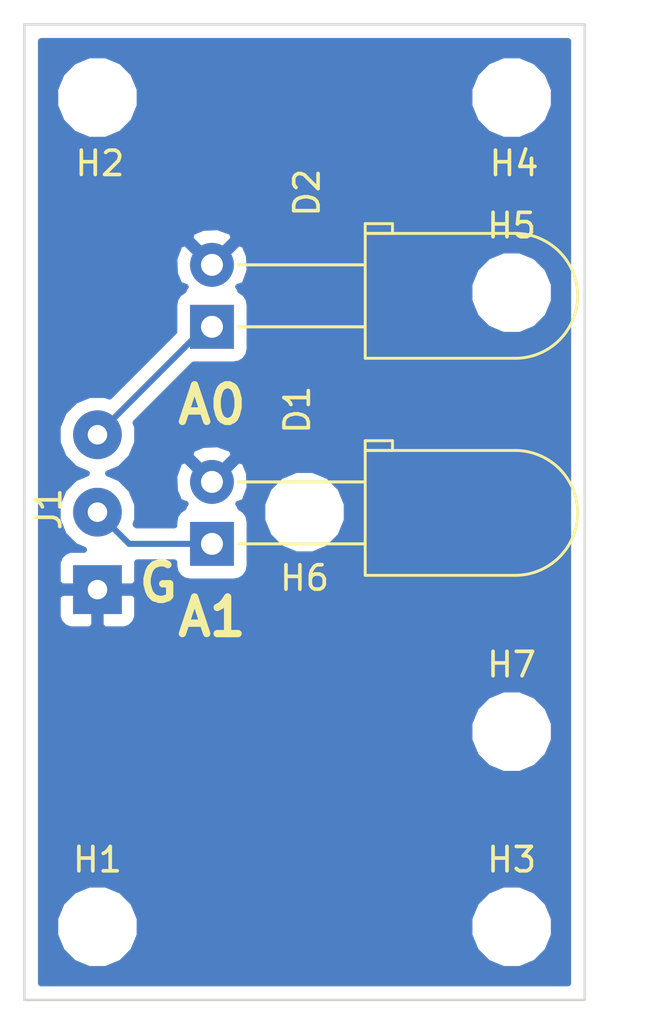
<source format=kicad_pcb>
(kicad_pcb (version 20171130) (host pcbnew 5.0.2-bee76a0~70~ubuntu18.04.1)

  (general
    (thickness 1.6)
    (drawings 11)
    (tracks 4)
    (zones 0)
    (modules 10)
    (nets 4)
  )

  (page A4)
  (layers
    (0 F.Cu signal)
    (31 B.Cu signal)
    (32 B.Adhes user)
    (33 F.Adhes user)
    (34 B.Paste user)
    (35 F.Paste user)
    (36 B.SilkS user)
    (37 F.SilkS user)
    (38 B.Mask user)
    (39 F.Mask user)
    (40 Dwgs.User user)
    (41 Cmts.User user)
    (42 Eco1.User user)
    (43 Eco2.User user)
    (44 Edge.Cuts user)
    (45 Margin user)
    (46 B.CrtYd user)
    (47 F.CrtYd user)
    (48 B.Fab user)
    (49 F.Fab user hide)
  )

  (setup
    (last_trace_width 0.25)
    (trace_clearance 0.2)
    (zone_clearance 0.508)
    (zone_45_only no)
    (trace_min 0.2)
    (segment_width 0.2)
    (edge_width 0.1)
    (via_size 0.8)
    (via_drill 0.4)
    (via_min_size 0.4)
    (via_min_drill 0.3)
    (uvia_size 0.3)
    (uvia_drill 0.1)
    (uvias_allowed no)
    (uvia_min_size 0.2)
    (uvia_min_drill 0.1)
    (pcb_text_width 0.3)
    (pcb_text_size 1.5 1.5)
    (mod_edge_width 0.15)
    (mod_text_size 1 1)
    (mod_text_width 0.15)
    (pad_size 1.5 1.5)
    (pad_drill 0.6)
    (pad_to_mask_clearance 0)
    (solder_mask_min_width 0.25)
    (aux_axis_origin 0 0)
    (visible_elements FFFFFF7F)
    (pcbplotparams
      (layerselection 0x010fc_ffffffff)
      (usegerberextensions true)
      (usegerberattributes false)
      (usegerberadvancedattributes false)
      (creategerberjobfile false)
      (excludeedgelayer true)
      (linewidth 0.100000)
      (plotframeref false)
      (viasonmask false)
      (mode 1)
      (useauxorigin false)
      (hpglpennumber 1)
      (hpglpenspeed 20)
      (hpglpendiameter 15.000000)
      (psnegative false)
      (psa4output false)
      (plotreference true)
      (plotvalue true)
      (plotinvisibletext false)
      (padsonsilk false)
      (subtractmaskfromsilk false)
      (outputformat 1)
      (mirror false)
      (drillshape 0)
      (scaleselection 1)
      (outputdirectory "Gerber/V1_5/"))
  )

  (net 0 "")
  (net 1 "Net-(D1-Pad2)")
  (net 2 "Net-(D1-Pad1)")
  (net 3 "Net-(D2-Pad1)")

  (net_class Default "This is the default net class."
    (clearance 0.2)
    (trace_width 0.25)
    (via_dia 0.8)
    (via_drill 0.4)
    (uvia_dia 0.3)
    (uvia_drill 0.1)
    (add_net "Net-(D1-Pad1)")
    (add_net "Net-(D1-Pad2)")
    (add_net "Net-(D2-Pad1)")
  )

  (module LED_THT:LED_D5.0mm_Horizontal_O6.35mm_Z9.0mm (layer F.Cu) (tedit 5880A863) (tstamp 5D42B6FC)
    (at 137.7 43.4 90)
    (descr "LED, diameter 5.0mm z-position of LED center 3.0mm, 2 pins, diameter 5.0mm z-position of LED center 3.0mm, 2 pins, diameter 5.0mm z-position of LED center 3.0mm, 2 pins, diameter 5.0mm z-position of LED center 9.0mm, 2 pins, diameter 5.0mm z-position of LED center 9.0mm, 2 pins, diameter 5.0mm z-position of LED center 9.0mm, 2 pins")
    (tags "LED diameter 5.0mm z-position of LED center 3.0mm 2 pins diameter 5.0mm z-position of LED center 3.0mm 2 pins diameter 5.0mm z-position of LED center 3.0mm 2 pins diameter 5.0mm z-position of LED center 9.0mm 2 pins diameter 5.0mm z-position of LED center 9.0mm 2 pins diameter 5.0mm z-position of LED center 9.0mm 2 pins")
    (path /5CC07017)
    (fp_text reference D2 (at 5.5 3.9 90) (layer F.SilkS)
      (effects (font (size 1 1) (thickness 0.15)))
    )
    (fp_text value PD333-3B/H0/L2 (at 1.27 16.01 90) (layer F.Fab)
      (effects (font (size 1 1) (thickness 0.15)))
    )
    (fp_arc (start 1.27 12.45) (end -1.23 12.45) (angle -180) (layer F.Fab) (width 0.1))
    (fp_arc (start 1.27 12.45) (end -1.29 12.45) (angle -180) (layer F.SilkS) (width 0.12))
    (fp_line (start -1.23 6.35) (end -1.23 12.45) (layer F.Fab) (width 0.1))
    (fp_line (start 3.77 6.35) (end 3.77 12.45) (layer F.Fab) (width 0.1))
    (fp_line (start -1.23 6.35) (end 3.77 6.35) (layer F.Fab) (width 0.1))
    (fp_line (start 4.17 6.35) (end 4.17 7.35) (layer F.Fab) (width 0.1))
    (fp_line (start 4.17 7.35) (end 3.77 7.35) (layer F.Fab) (width 0.1))
    (fp_line (start 3.77 7.35) (end 3.77 6.35) (layer F.Fab) (width 0.1))
    (fp_line (start 3.77 6.35) (end 4.17 6.35) (layer F.Fab) (width 0.1))
    (fp_line (start 0 0) (end 0 6.35) (layer F.Fab) (width 0.1))
    (fp_line (start 0 6.35) (end 0 6.35) (layer F.Fab) (width 0.1))
    (fp_line (start 0 6.35) (end 0 0) (layer F.Fab) (width 0.1))
    (fp_line (start 0 0) (end 0 0) (layer F.Fab) (width 0.1))
    (fp_line (start 2.54 0) (end 2.54 6.35) (layer F.Fab) (width 0.1))
    (fp_line (start 2.54 6.35) (end 2.54 6.35) (layer F.Fab) (width 0.1))
    (fp_line (start 2.54 6.35) (end 2.54 0) (layer F.Fab) (width 0.1))
    (fp_line (start 2.54 0) (end 2.54 0) (layer F.Fab) (width 0.1))
    (fp_line (start -1.29 6.29) (end -1.29 12.45) (layer F.SilkS) (width 0.12))
    (fp_line (start 3.83 6.29) (end 3.83 12.45) (layer F.SilkS) (width 0.12))
    (fp_line (start -1.29 6.29) (end 3.83 6.29) (layer F.SilkS) (width 0.12))
    (fp_line (start 4.23 6.29) (end 4.23 7.41) (layer F.SilkS) (width 0.12))
    (fp_line (start 4.23 7.41) (end 3.83 7.41) (layer F.SilkS) (width 0.12))
    (fp_line (start 3.83 7.41) (end 3.83 6.29) (layer F.SilkS) (width 0.12))
    (fp_line (start 3.83 6.29) (end 4.23 6.29) (layer F.SilkS) (width 0.12))
    (fp_line (start 0 1.08) (end 0 6.29) (layer F.SilkS) (width 0.12))
    (fp_line (start 0 6.29) (end 0 6.29) (layer F.SilkS) (width 0.12))
    (fp_line (start 0 6.29) (end 0 1.08) (layer F.SilkS) (width 0.12))
    (fp_line (start 0 1.08) (end 0 1.08) (layer F.SilkS) (width 0.12))
    (fp_line (start 2.54 1.08) (end 2.54 6.29) (layer F.SilkS) (width 0.12))
    (fp_line (start 2.54 6.29) (end 2.54 6.29) (layer F.SilkS) (width 0.12))
    (fp_line (start 2.54 6.29) (end 2.54 1.08) (layer F.SilkS) (width 0.12))
    (fp_line (start 2.54 1.08) (end 2.54 1.08) (layer F.SilkS) (width 0.12))
    (fp_line (start -1.95 -1.25) (end -1.95 15.3) (layer F.CrtYd) (width 0.05))
    (fp_line (start -1.95 15.3) (end 4.5 15.3) (layer F.CrtYd) (width 0.05))
    (fp_line (start 4.5 15.3) (end 4.5 -1.25) (layer F.CrtYd) (width 0.05))
    (fp_line (start 4.5 -1.25) (end -1.95 -1.25) (layer F.CrtYd) (width 0.05))
    (pad 1 thru_hole rect (at 0 0 90) (size 1.8 1.8) (drill 0.9) (layers *.Cu *.Mask)
      (net 3 "Net-(D2-Pad1)"))
    (pad 2 thru_hole circle (at 2.54 0 90) (size 1.8 1.8) (drill 0.9) (layers *.Cu *.Mask)
      (net 1 "Net-(D1-Pad2)"))
    (model ${KISYS3DMOD}/LED_THT.3dshapes/LED_D5.0mm_Horizontal_O6.35mm_Z9.0mm.wrl
      (at (xyz 0 0 0))
      (scale (xyz 1 1 1))
      (rotate (xyz 0 0 0))
    )
  )

  (module LED_THT:LED_D5.0mm_Horizontal_O6.35mm_Z9.0mm (layer F.Cu) (tedit 5880A863) (tstamp 5D42B777)
    (at 137.7 52.3 90)
    (descr "LED, diameter 5.0mm z-position of LED center 3.0mm, 2 pins, diameter 5.0mm z-position of LED center 3.0mm, 2 pins, diameter 5.0mm z-position of LED center 3.0mm, 2 pins, diameter 5.0mm z-position of LED center 9.0mm, 2 pins, diameter 5.0mm z-position of LED center 9.0mm, 2 pins, diameter 5.0mm z-position of LED center 9.0mm, 2 pins")
    (tags "LED diameter 5.0mm z-position of LED center 3.0mm 2 pins diameter 5.0mm z-position of LED center 3.0mm 2 pins diameter 5.0mm z-position of LED center 3.0mm 2 pins diameter 5.0mm z-position of LED center 9.0mm 2 pins diameter 5.0mm z-position of LED center 9.0mm 2 pins diameter 5.0mm z-position of LED center 9.0mm 2 pins")
    (path /5D3014B8)
    (fp_text reference D1 (at 5.5 3.5 90) (layer F.SilkS)
      (effects (font (size 1 1) (thickness 0.15)))
    )
    (fp_text value PD333-3B/H0/L2 (at 1.27 16.01 90) (layer F.Fab)
      (effects (font (size 1 1) (thickness 0.15)))
    )
    (fp_line (start 4.5 -1.25) (end -1.95 -1.25) (layer F.CrtYd) (width 0.05))
    (fp_line (start 4.5 15.3) (end 4.5 -1.25) (layer F.CrtYd) (width 0.05))
    (fp_line (start -1.95 15.3) (end 4.5 15.3) (layer F.CrtYd) (width 0.05))
    (fp_line (start -1.95 -1.25) (end -1.95 15.3) (layer F.CrtYd) (width 0.05))
    (fp_line (start 2.54 1.08) (end 2.54 1.08) (layer F.SilkS) (width 0.12))
    (fp_line (start 2.54 6.29) (end 2.54 1.08) (layer F.SilkS) (width 0.12))
    (fp_line (start 2.54 6.29) (end 2.54 6.29) (layer F.SilkS) (width 0.12))
    (fp_line (start 2.54 1.08) (end 2.54 6.29) (layer F.SilkS) (width 0.12))
    (fp_line (start 0 1.08) (end 0 1.08) (layer F.SilkS) (width 0.12))
    (fp_line (start 0 6.29) (end 0 1.08) (layer F.SilkS) (width 0.12))
    (fp_line (start 0 6.29) (end 0 6.29) (layer F.SilkS) (width 0.12))
    (fp_line (start 0 1.08) (end 0 6.29) (layer F.SilkS) (width 0.12))
    (fp_line (start 3.83 6.29) (end 4.23 6.29) (layer F.SilkS) (width 0.12))
    (fp_line (start 3.83 7.41) (end 3.83 6.29) (layer F.SilkS) (width 0.12))
    (fp_line (start 4.23 7.41) (end 3.83 7.41) (layer F.SilkS) (width 0.12))
    (fp_line (start 4.23 6.29) (end 4.23 7.41) (layer F.SilkS) (width 0.12))
    (fp_line (start -1.29 6.29) (end 3.83 6.29) (layer F.SilkS) (width 0.12))
    (fp_line (start 3.83 6.29) (end 3.83 12.45) (layer F.SilkS) (width 0.12))
    (fp_line (start -1.29 6.29) (end -1.29 12.45) (layer F.SilkS) (width 0.12))
    (fp_line (start 2.54 0) (end 2.54 0) (layer F.Fab) (width 0.1))
    (fp_line (start 2.54 6.35) (end 2.54 0) (layer F.Fab) (width 0.1))
    (fp_line (start 2.54 6.35) (end 2.54 6.35) (layer F.Fab) (width 0.1))
    (fp_line (start 2.54 0) (end 2.54 6.35) (layer F.Fab) (width 0.1))
    (fp_line (start 0 0) (end 0 0) (layer F.Fab) (width 0.1))
    (fp_line (start 0 6.35) (end 0 0) (layer F.Fab) (width 0.1))
    (fp_line (start 0 6.35) (end 0 6.35) (layer F.Fab) (width 0.1))
    (fp_line (start 0 0) (end 0 6.35) (layer F.Fab) (width 0.1))
    (fp_line (start 3.77 6.35) (end 4.17 6.35) (layer F.Fab) (width 0.1))
    (fp_line (start 3.77 7.35) (end 3.77 6.35) (layer F.Fab) (width 0.1))
    (fp_line (start 4.17 7.35) (end 3.77 7.35) (layer F.Fab) (width 0.1))
    (fp_line (start 4.17 6.35) (end 4.17 7.35) (layer F.Fab) (width 0.1))
    (fp_line (start -1.23 6.35) (end 3.77 6.35) (layer F.Fab) (width 0.1))
    (fp_line (start 3.77 6.35) (end 3.77 12.45) (layer F.Fab) (width 0.1))
    (fp_line (start -1.23 6.35) (end -1.23 12.45) (layer F.Fab) (width 0.1))
    (fp_arc (start 1.27 12.45) (end -1.29 12.45) (angle -180) (layer F.SilkS) (width 0.12))
    (fp_arc (start 1.27 12.45) (end -1.23 12.45) (angle -180) (layer F.Fab) (width 0.1))
    (pad 2 thru_hole circle (at 2.54 0 90) (size 1.8 1.8) (drill 0.9) (layers *.Cu *.Mask)
      (net 1 "Net-(D1-Pad2)"))
    (pad 1 thru_hole rect (at 0 0 90) (size 1.8 1.8) (drill 0.9) (layers *.Cu *.Mask)
      (net 2 "Net-(D1-Pad1)"))
    (model ${KISYS3DMOD}/LED_THT.3dshapes/LED_D5.0mm_Horizontal_O6.35mm_Z9.0mm.wrl
      (at (xyz 0 0 0))
      (scale (xyz 1 1 1))
      (rotate (xyz 0 0 0))
    )
  )

  (module Connector_Wire:SolderWirePad_1x03_P3.175mm_Drill0.8mm (layer F.Cu) (tedit 5AEE57A0) (tstamp 5D3528A7)
    (at 133 54.175 90)
    (descr "Wire solder connection")
    (tags connector)
    (path /5D301402)
    (attr virtual)
    (fp_text reference J1 (at 3.3 -2 90) (layer F.SilkS)
      (effects (font (size 1 1) (thickness 0.15)))
    )
    (fp_text value Conn_01x03 (at 3.175 2.54 90) (layer F.Fab)
      (effects (font (size 1 1) (thickness 0.15)))
    )
    (fp_text user %R (at 3.175 0 90) (layer F.Fab)
      (effects (font (size 1 1) (thickness 0.15)))
    )
    (fp_line (start -1.49 -1.5) (end 7.85 -1.5) (layer F.CrtYd) (width 0.05))
    (fp_line (start -1.49 -1.5) (end -1.49 1.5) (layer F.CrtYd) (width 0.05))
    (fp_line (start 7.85 1.5) (end 7.85 -1.5) (layer F.CrtYd) (width 0.05))
    (fp_line (start 7.85 1.5) (end -1.49 1.5) (layer F.CrtYd) (width 0.05))
    (pad 1 thru_hole rect (at 0 0 90) (size 1.99898 1.99898) (drill 0.8001) (layers *.Cu *.Mask)
      (net 1 "Net-(D1-Pad2)"))
    (pad 2 thru_hole circle (at 3.175 0 90) (size 1.99898 1.99898) (drill 0.8001) (layers *.Cu *.Mask)
      (net 2 "Net-(D1-Pad1)"))
    (pad 3 thru_hole circle (at 6.35 0 90) (size 1.99898 1.99898) (drill 0.8001) (layers *.Cu *.Mask)
      (net 3 "Net-(D2-Pad1)"))
  )

  (module MountingHole:MountingHole_2.2mm_M2_ISO7380 (layer F.Cu) (tedit 56D1B4CB) (tstamp 5D42BB56)
    (at 150 42)
    (descr "Mounting Hole 2.2mm, no annular, M2, ISO7380")
    (tags "mounting hole 2.2mm no annular m2 iso7380")
    (path /5D42A85C)
    (attr virtual)
    (fp_text reference H5 (at 0 -2.75) (layer F.SilkS)
      (effects (font (size 1 1) (thickness 0.15)))
    )
    (fp_text value MountingHole (at 0 2.75) (layer F.Fab)
      (effects (font (size 1 1) (thickness 0.15)))
    )
    (fp_circle (center 0 0) (end 2 0) (layer F.CrtYd) (width 0.05))
    (fp_circle (center 0 0) (end 1.75 0) (layer Cmts.User) (width 0.15))
    (fp_text user %R (at 0.3 0) (layer F.Fab)
      (effects (font (size 1 1) (thickness 0.15)))
    )
    (pad 1 np_thru_hole circle (at 0 0) (size 2.2 2.2) (drill 2.2) (layers *.Cu *.Mask))
  )

  (module MountingHole:MountingHole_2.2mm_M2_ISO7380 (layer F.Cu) (tedit 56D1B4CB) (tstamp 5D42BA2A)
    (at 141.5 51)
    (descr "Mounting Hole 2.2mm, no annular, M2, ISO7380")
    (tags "mounting hole 2.2mm no annular m2 iso7380")
    (path /5D42B91F)
    (attr virtual)
    (fp_text reference H6 (at 0 2.7) (layer F.SilkS)
      (effects (font (size 1 1) (thickness 0.15)))
    )
    (fp_text value MountingHole (at 0 2.75) (layer F.Fab)
      (effects (font (size 1 1) (thickness 0.15)))
    )
    (fp_text user %R (at 0.3 0) (layer F.Fab)
      (effects (font (size 1 1) (thickness 0.15)))
    )
    (fp_circle (center 0 0) (end 1.75 0) (layer Cmts.User) (width 0.15))
    (fp_circle (center 0 0) (end 2 0) (layer F.CrtYd) (width 0.05))
    (pad 1 np_thru_hole circle (at 0 0) (size 2.2 2.2) (drill 2.2) (layers *.Cu *.Mask))
  )

  (module MountingHole:MountingHole_2.2mm_M2_ISO7380 (layer F.Cu) (tedit 56D1B4CB) (tstamp 5D42BB39)
    (at 150 60)
    (descr "Mounting Hole 2.2mm, no annular, M2, ISO7380")
    (tags "mounting hole 2.2mm no annular m2 iso7380")
    (path /5D42A906)
    (attr virtual)
    (fp_text reference H7 (at 0 -2.75) (layer F.SilkS)
      (effects (font (size 1 1) (thickness 0.15)))
    )
    (fp_text value MountingHole (at 0 2.75) (layer F.Fab)
      (effects (font (size 1 1) (thickness 0.15)))
    )
    (fp_text user %R (at 0.3 0) (layer F.Fab)
      (effects (font (size 1 1) (thickness 0.15)))
    )
    (fp_circle (center 0 0) (end 1.75 0) (layer Cmts.User) (width 0.15))
    (fp_circle (center 0 0) (end 2 0) (layer F.CrtYd) (width 0.05))
    (pad 1 np_thru_hole circle (at 0 0) (size 2.2 2.2) (drill 2.2) (layers *.Cu *.Mask))
  )

  (module MountingHole:MountingHole_2.2mm_M2_ISO7380 (layer F.Cu) (tedit 56D1B4CB) (tstamp 5D42BBB5)
    (at 133 68)
    (descr "Mounting Hole 2.2mm, no annular, M2, ISO7380")
    (tags "mounting hole 2.2mm no annular m2 iso7380")
    (path /5D352F91)
    (attr virtual)
    (fp_text reference H1 (at 0 -2.75) (layer F.SilkS)
      (effects (font (size 1 1) (thickness 0.15)))
    )
    (fp_text value " MountingHole" (at 0 2.75) (layer F.Fab)
      (effects (font (size 1 1) (thickness 0.15)))
    )
    (fp_text user %R (at 0.3 0) (layer F.Fab)
      (effects (font (size 1 1) (thickness 0.15)))
    )
    (fp_circle (center 0 0) (end 1.75 0) (layer Cmts.User) (width 0.15))
    (fp_circle (center 0 0) (end 2 0) (layer F.CrtYd) (width 0.05))
    (pad 1 np_thru_hole circle (at 0 0) (size 2.2 2.2) (drill 2.2) (layers *.Cu *.Mask))
  )

  (module MountingHole:MountingHole_2.2mm_M2_ISO7380 (layer F.Cu) (tedit 56D1B4CB) (tstamp 5D42BC37)
    (at 133 34)
    (descr "Mounting Hole 2.2mm, no annular, M2, ISO7380")
    (tags "mounting hole 2.2mm no annular m2 iso7380")
    (path /5D42B75D)
    (attr virtual)
    (fp_text reference H2 (at 0.1 2.7) (layer F.SilkS)
      (effects (font (size 1 1) (thickness 0.15)))
    )
    (fp_text value MountingHole (at 0 2.75) (layer F.Fab)
      (effects (font (size 1 1) (thickness 0.15)))
    )
    (fp_text user %R (at 0.3 0) (layer F.Fab)
      (effects (font (size 1 1) (thickness 0.15)))
    )
    (fp_circle (center 0 0) (end 1.75 0) (layer Cmts.User) (width 0.15))
    (fp_circle (center 0 0) (end 2 0) (layer F.CrtYd) (width 0.05))
    (pad 1 np_thru_hole circle (at 0 0) (size 2.2 2.2) (drill 2.2) (layers *.Cu *.Mask))
  )

  (module MountingHole:MountingHole_2.2mm_M2_ISO7380 (layer F.Cu) (tedit 56D1B4CB) (tstamp 5D42BC1A)
    (at 150 68)
    (descr "Mounting Hole 2.2mm, no annular, M2, ISO7380")
    (tags "mounting hole 2.2mm no annular m2 iso7380")
    (path /5D352FF3)
    (attr virtual)
    (fp_text reference H3 (at 0 -2.75) (layer F.SilkS)
      (effects (font (size 1 1) (thickness 0.15)))
    )
    (fp_text value MountingHole (at 0 2.75) (layer F.Fab)
      (effects (font (size 1 1) (thickness 0.15)))
    )
    (fp_circle (center 0 0) (end 2 0) (layer F.CrtYd) (width 0.05))
    (fp_circle (center 0 0) (end 1.75 0) (layer Cmts.User) (width 0.15))
    (fp_text user %R (at 0.3 0) (layer F.Fab)
      (effects (font (size 1 1) (thickness 0.15)))
    )
    (pad 1 np_thru_hole circle (at 0 0) (size 2.2 2.2) (drill 2.2) (layers *.Cu *.Mask))
  )

  (module MountingHole:MountingHole_2.2mm_M2_ISO7380 (layer F.Cu) (tedit 56D1B4CB) (tstamp 5D42BBCA)
    (at 150 34)
    (descr "Mounting Hole 2.2mm, no annular, M2, ISO7380")
    (tags "mounting hole 2.2mm no annular m2 iso7380")
    (path /5D42B7EB)
    (attr virtual)
    (fp_text reference H4 (at 0.1 2.7) (layer F.SilkS)
      (effects (font (size 1 1) (thickness 0.15)))
    )
    (fp_text value MountingHole (at 0 2.75) (layer F.Fab)
      (effects (font (size 1 1) (thickness 0.15)))
    )
    (fp_circle (center 0 0) (end 2 0) (layer F.CrtYd) (width 0.05))
    (fp_circle (center 0 0) (end 1.75 0) (layer Cmts.User) (width 0.15))
    (fp_text user %R (at 0.3 0) (layer F.Fab)
      (effects (font (size 1 1) (thickness 0.15)))
    )
    (pad 1 np_thru_hole circle (at 0 0) (size 2.2 2.2) (drill 2.2) (layers *.Cu *.Mask))
  )

  (gr_line (start 130 51) (end 153 51) (layer Dwgs.User) (width 0.1) (tstamp 5D42B6CE))
  (gr_line (start 153 71) (end 153 31) (layer Edge.Cuts) (width 0.1) (tstamp 5D42B7D0))
  (gr_circle (center 153 60) (end 155.6 61.8) (layer Dwgs.User) (width 0.2) (tstamp 5D42B7D9))
  (gr_text A1 (at 137.7 55.3) (layer F.SilkS)
    (effects (font (size 1.5 1.5) (thickness 0.3)))
  )
  (gr_text A0 (at 137.7 46.6) (layer F.SilkS)
    (effects (font (size 1.5 1.5) (thickness 0.3)))
  )
  (gr_text G (at 135.5 53.9) (layer F.SilkS)
    (effects (font (size 1.5 1.5) (thickness 0.3)))
  )
  (gr_line (start 130 71) (end 153 71) (layer Edge.Cuts) (width 0.1))
  (gr_line (start 130 31) (end 130 71) (layer Edge.Cuts) (width 0.1))
  (gr_line (start 153 31) (end 130 31) (layer Edge.Cuts) (width 0.1) (tstamp 5D42BADA))
  (gr_circle (center 153 51) (end 155.6 52.8) (layer Dwgs.User) (width 0.2) (tstamp 5D42B825))
  (gr_circle (center 153 42) (end 155.6 43.8) (layer Dwgs.User) (width 0.2) (tstamp 5D42B7D6))

  (segment (start 134.3 52.3) (end 133 51) (width 0.25) (layer B.Cu) (net 2))
  (segment (start 137.7 52.3) (end 134.3 52.3) (width 0.25) (layer B.Cu) (net 2))
  (segment (start 137.425 43.4) (end 137.7 43.4) (width 0.25) (layer B.Cu) (net 3))
  (segment (start 133 47.825) (end 137.425 43.4) (width 0.25) (layer B.Cu) (net 3))

  (zone (net 1) (net_name "Net-(D1-Pad2)") (layer B.Cu) (tstamp 0) (hatch edge 0.508)
    (connect_pads (clearance 0.508))
    (min_thickness 0.254)
    (fill yes (arc_segments 16) (thermal_gap 0.508) (thermal_bridge_width 0.508))
    (polygon
      (pts
        (xy 129 30) (xy 154 30) (xy 154 72) (xy 129 72)
      )
    )
    (filled_polygon
      (pts
        (xy 152.315 70.315) (xy 130.685 70.315) (xy 130.685 67.654887) (xy 131.265 67.654887) (xy 131.265 68.345113)
        (xy 131.529138 68.982799) (xy 132.017201 69.470862) (xy 132.654887 69.735) (xy 133.345113 69.735) (xy 133.982799 69.470862)
        (xy 134.470862 68.982799) (xy 134.735 68.345113) (xy 134.735 67.654887) (xy 148.265 67.654887) (xy 148.265 68.345113)
        (xy 148.529138 68.982799) (xy 149.017201 69.470862) (xy 149.654887 69.735) (xy 150.345113 69.735) (xy 150.982799 69.470862)
        (xy 151.470862 68.982799) (xy 151.735 68.345113) (xy 151.735 67.654887) (xy 151.470862 67.017201) (xy 150.982799 66.529138)
        (xy 150.345113 66.265) (xy 149.654887 66.265) (xy 149.017201 66.529138) (xy 148.529138 67.017201) (xy 148.265 67.654887)
        (xy 134.735 67.654887) (xy 134.470862 67.017201) (xy 133.982799 66.529138) (xy 133.345113 66.265) (xy 132.654887 66.265)
        (xy 132.017201 66.529138) (xy 131.529138 67.017201) (xy 131.265 67.654887) (xy 130.685 67.654887) (xy 130.685 59.654887)
        (xy 148.265 59.654887) (xy 148.265 60.345113) (xy 148.529138 60.982799) (xy 149.017201 61.470862) (xy 149.654887 61.735)
        (xy 150.345113 61.735) (xy 150.982799 61.470862) (xy 151.470862 60.982799) (xy 151.735 60.345113) (xy 151.735 59.654887)
        (xy 151.470862 59.017201) (xy 150.982799 58.529138) (xy 150.345113 58.265) (xy 149.654887 58.265) (xy 149.017201 58.529138)
        (xy 148.529138 59.017201) (xy 148.265 59.654887) (xy 130.685 59.654887) (xy 130.685 54.46075) (xy 131.36551 54.46075)
        (xy 131.36551 55.300799) (xy 131.462183 55.534188) (xy 131.640811 55.712817) (xy 131.8742 55.80949) (xy 132.71425 55.80949)
        (xy 132.873 55.65074) (xy 132.873 54.302) (xy 133.127 54.302) (xy 133.127 55.65074) (xy 133.28575 55.80949)
        (xy 134.1258 55.80949) (xy 134.359189 55.712817) (xy 134.537817 55.534188) (xy 134.63449 55.300799) (xy 134.63449 54.46075)
        (xy 134.47574 54.302) (xy 133.127 54.302) (xy 132.873 54.302) (xy 131.52426 54.302) (xy 131.36551 54.46075)
        (xy 130.685 54.46075) (xy 130.685 47.49988) (xy 131.36551 47.49988) (xy 131.36551 48.15012) (xy 131.614346 48.750864)
        (xy 132.074136 49.210654) (xy 132.561436 49.4125) (xy 132.074136 49.614346) (xy 131.614346 50.074136) (xy 131.36551 50.67488)
        (xy 131.36551 51.32512) (xy 131.614346 51.925864) (xy 132.074136 52.385654) (xy 132.447992 52.54051) (xy 131.8742 52.54051)
        (xy 131.640811 52.637183) (xy 131.462183 52.815812) (xy 131.36551 53.049201) (xy 131.36551 53.88925) (xy 131.52426 54.048)
        (xy 132.873 54.048) (xy 132.873 54.028) (xy 133.127 54.028) (xy 133.127 54.048) (xy 134.47574 54.048)
        (xy 134.63449 53.88925) (xy 134.63449 53.06) (xy 136.15256 53.06) (xy 136.15256 53.2) (xy 136.201843 53.447765)
        (xy 136.342191 53.657809) (xy 136.552235 53.798157) (xy 136.8 53.84744) (xy 138.6 53.84744) (xy 138.847765 53.798157)
        (xy 139.057809 53.657809) (xy 139.198157 53.447765) (xy 139.24744 53.2) (xy 139.24744 51.4) (xy 139.198157 51.152235)
        (xy 139.057809 50.942191) (xy 138.859886 50.809942) (xy 138.894718 50.77511) (xy 138.780161 50.660553) (xy 138.796979 50.654887)
        (xy 139.765 50.654887) (xy 139.765 51.345113) (xy 140.029138 51.982799) (xy 140.517201 52.470862) (xy 141.154887 52.735)
        (xy 141.845113 52.735) (xy 142.482799 52.470862) (xy 142.970862 51.982799) (xy 143.235 51.345113) (xy 143.235 50.654887)
        (xy 142.970862 50.017201) (xy 142.482799 49.529138) (xy 141.845113 49.265) (xy 141.154887 49.265) (xy 140.517201 49.529138)
        (xy 140.029138 50.017201) (xy 139.765 50.654887) (xy 138.796979 50.654887) (xy 139.036643 50.574148) (xy 139.246458 50.000664)
        (xy 139.220839 49.39054) (xy 139.036643 48.945852) (xy 138.780159 48.859446) (xy 137.879605 49.76) (xy 137.893748 49.774143)
        (xy 137.714143 49.953748) (xy 137.7 49.939605) (xy 137.685858 49.953748) (xy 137.506253 49.774143) (xy 137.520395 49.76)
        (xy 136.619841 48.859446) (xy 136.363357 48.945852) (xy 136.153542 49.519336) (xy 136.179161 50.12946) (xy 136.363357 50.574148)
        (xy 136.619839 50.660553) (xy 136.505282 50.77511) (xy 136.540114 50.809942) (xy 136.342191 50.942191) (xy 136.201843 51.152235)
        (xy 136.15256 51.4) (xy 136.15256 51.54) (xy 134.614802 51.54) (xy 134.565787 51.490985) (xy 134.63449 51.32512)
        (xy 134.63449 50.67488) (xy 134.385654 50.074136) (xy 133.925864 49.614346) (xy 133.438564 49.4125) (xy 133.925864 49.210654)
        (xy 134.385654 48.750864) (xy 134.415072 48.679841) (xy 136.799446 48.679841) (xy 137.7 49.580395) (xy 138.600554 48.679841)
        (xy 138.514148 48.423357) (xy 137.940664 48.213542) (xy 137.33054 48.239161) (xy 136.885852 48.423357) (xy 136.799446 48.679841)
        (xy 134.415072 48.679841) (xy 134.63449 48.15012) (xy 134.63449 47.49988) (xy 134.565786 47.334015) (xy 136.952362 44.94744)
        (xy 138.6 44.94744) (xy 138.847765 44.898157) (xy 139.057809 44.757809) (xy 139.198157 44.547765) (xy 139.24744 44.3)
        (xy 139.24744 42.5) (xy 139.198157 42.252235) (xy 139.057809 42.042191) (xy 138.859886 41.909942) (xy 138.894718 41.87511)
        (xy 138.780161 41.760553) (xy 139.036643 41.674148) (xy 139.043689 41.654887) (xy 148.265 41.654887) (xy 148.265 42.345113)
        (xy 148.529138 42.982799) (xy 149.017201 43.470862) (xy 149.654887 43.735) (xy 150.345113 43.735) (xy 150.982799 43.470862)
        (xy 151.470862 42.982799) (xy 151.735 42.345113) (xy 151.735 41.654887) (xy 151.470862 41.017201) (xy 150.982799 40.529138)
        (xy 150.345113 40.265) (xy 149.654887 40.265) (xy 149.017201 40.529138) (xy 148.529138 41.017201) (xy 148.265 41.654887)
        (xy 139.043689 41.654887) (xy 139.246458 41.100664) (xy 139.220839 40.49054) (xy 139.036643 40.045852) (xy 138.780159 39.959446)
        (xy 137.879605 40.86) (xy 137.893748 40.874143) (xy 137.714143 41.053748) (xy 137.7 41.039605) (xy 137.685858 41.053748)
        (xy 137.506253 40.874143) (xy 137.520395 40.86) (xy 136.619841 39.959446) (xy 136.363357 40.045852) (xy 136.153542 40.619336)
        (xy 136.179161 41.22946) (xy 136.363357 41.674148) (xy 136.619839 41.760553) (xy 136.505282 41.87511) (xy 136.540114 41.909942)
        (xy 136.342191 42.042191) (xy 136.201843 42.252235) (xy 136.15256 42.5) (xy 136.15256 43.597638) (xy 133.490985 46.259214)
        (xy 133.32512 46.19051) (xy 132.67488 46.19051) (xy 132.074136 46.439346) (xy 131.614346 46.899136) (xy 131.36551 47.49988)
        (xy 130.685 47.49988) (xy 130.685 39.779841) (xy 136.799446 39.779841) (xy 137.7 40.680395) (xy 138.600554 39.779841)
        (xy 138.514148 39.523357) (xy 137.940664 39.313542) (xy 137.33054 39.339161) (xy 136.885852 39.523357) (xy 136.799446 39.779841)
        (xy 130.685 39.779841) (xy 130.685 33.654887) (xy 131.265 33.654887) (xy 131.265 34.345113) (xy 131.529138 34.982799)
        (xy 132.017201 35.470862) (xy 132.654887 35.735) (xy 133.345113 35.735) (xy 133.982799 35.470862) (xy 134.470862 34.982799)
        (xy 134.735 34.345113) (xy 134.735 33.654887) (xy 148.265 33.654887) (xy 148.265 34.345113) (xy 148.529138 34.982799)
        (xy 149.017201 35.470862) (xy 149.654887 35.735) (xy 150.345113 35.735) (xy 150.982799 35.470862) (xy 151.470862 34.982799)
        (xy 151.735 34.345113) (xy 151.735 33.654887) (xy 151.470862 33.017201) (xy 150.982799 32.529138) (xy 150.345113 32.265)
        (xy 149.654887 32.265) (xy 149.017201 32.529138) (xy 148.529138 33.017201) (xy 148.265 33.654887) (xy 134.735 33.654887)
        (xy 134.470862 33.017201) (xy 133.982799 32.529138) (xy 133.345113 32.265) (xy 132.654887 32.265) (xy 132.017201 32.529138)
        (xy 131.529138 33.017201) (xy 131.265 33.654887) (xy 130.685 33.654887) (xy 130.685 31.685) (xy 152.315001 31.685)
      )
    )
  )
)

</source>
